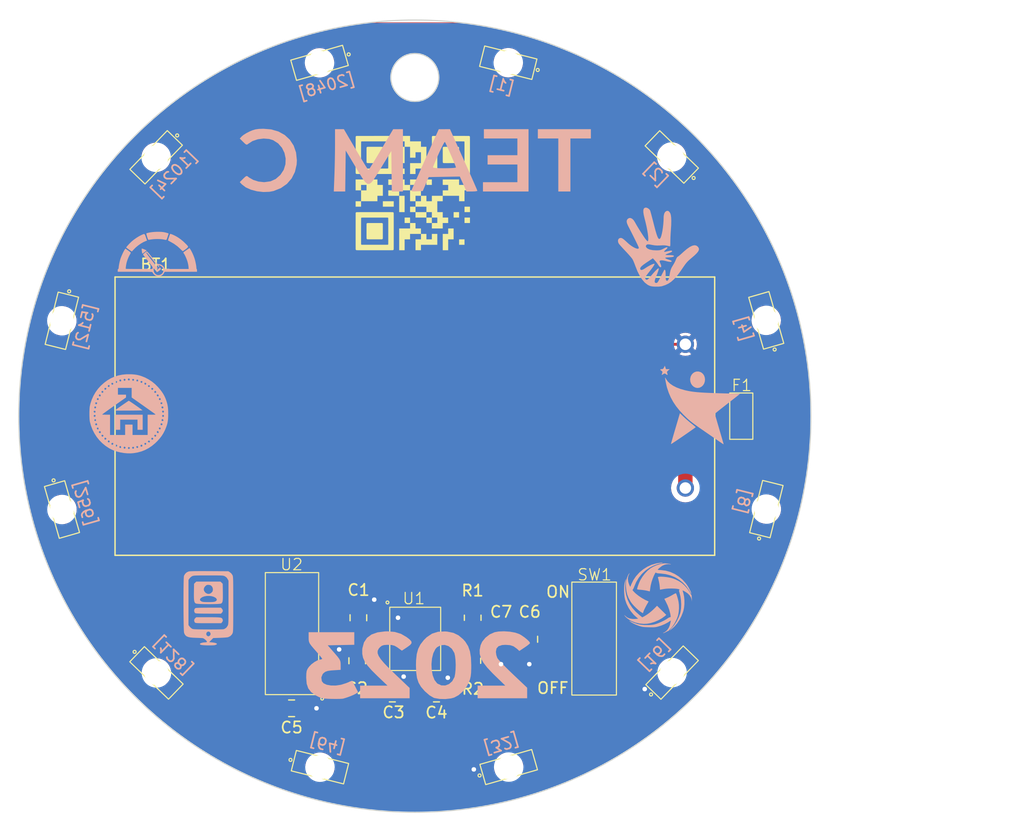
<source format=kicad_pcb>
(kicad_pcb (version 20221018) (generator pcbnew)
  (layers (0 "F.Cu" signal) (31 "B.Cu" signal) (34 "B.Paste" user) (35 "F.Paste" user) (36 "B.SilkS" user "B.Silkscreen") (37 "F.SilkS" user "F.Silkscreen") (38 "B.Mask" user) (39 "F.Mask" user) (44 "Edge.Cuts" user))
  (net 0 "")
  (net 1 "Net-(BT1-+)")
  (net 2 "GND")
  (net 3 "Net-(U1-THR)")
  (net 4 "+3V0")
  (net 5 "Net-(U1-CV)")
  (net 6 "Net-(D1-A)")
  (net 7 "Net-(D2-A)")
  (net 8 "Net-(D3-A)")
  (net 9 "Net-(D4-A)")
  (net 10 "Net-(D5-A)")
  (net 11 "Net-(D6-A)")
  (net 12 "Net-(D7-A)")
  (net 13 "Net-(D8-A)")
  (net 14 "Net-(D9-A)")
  (net 15 "Net-(D10-A)")
  (net 16 "Net-(D11-A)")
  (net 17 "Net-(D12-A)")
  (net 18 "Net-(U1-DIS)")
  (net 19 "Net-(U1-Q)")
  (net 20 "Net-(SW1-A)")
  (footprint "Capacitor_SMD:C_0805_2012Metric" (layer "F.Cu") (at 145.1 122.5 90)
    (fp_text reference "C1" (at 2.45 0.02) (layer "F.SilkS"))
    (fp_text value "10uF")
    (pad "1" smd roundrect (at -0.95 0 90) (size 1 1.45) (layers "F.Cu" "F.Paste" "F.Mask") (net 3 "Net-(U1-THR)"))
    (pad "2" smd roundrect (at 0.95 0 90) (size 1 1.45) (layers "F.Cu" "F.Paste" "F.Mask") (net 2 "GND"))
  )
  (footprint "Resistor_SMD:R_0805_2012Metric" (layer "F.Cu") (at 155.17 126.3 -90)
    (fp_text reference "R2" (at 2.4825 -0.04 -180) (layer "F.SilkS"))
    (fp_text value "8k")
    (pad "1" smd roundrect (at -0.9125 0 270) (size 1.025 1.4) (layers "F.Cu" "F.Paste" "F.Mask") (roundrect_rratio 0.243902) (net 18 "Net-(U1-DIS)"))
    (pad "2" smd roundrect (at 0.9125 0 270) (size 1.025 1.4) (layers "F.Cu" "F.Paste" "F.Mask") (roundrect_rratio 0.243902) (net 3 "Net-(U1-THR)"))
  )
  (footprint "CodeStackOrnament2023Footprints:156120RS75300_LED" (layer "F.Cu") (at 181.135947 96.224287 106)
    (fp_text reference "D3" hide)
    (fp_text value "LED_Small")
    (pad "" np_thru_hole circle (at 0 0 106) (size 2.1 2.1) (drill 2.1) (layers "F&B.Cu" "*.Mask"))
    (pad "1" smd rect (at -1.8 0 106) (size 1 1.6) (layers "F.Cu" "F.Paste" "F.Mask") (net 2 "GND"))
    (pad "2" smd rect (at 1.8 0 106) (size 1 1.6) (layers "F.Cu" "F.Paste" "F.Mask") (net 8 "Net-(D3-A)"))
  )
  (footprint "Capacitor_SMD:C_0805_2012Metric" (layer "F.Cu") (at 139.2 130.5)
    (fp_text reference "C5" (at 0 1.7) (layer "F.SilkS"))
    (fp_text value "0.1u")
    (pad "1" smd roundrect (at -0.95 0) (size 1 1.45) (layers "F.Cu" "F.Paste" "F.Mask") (net 4 "+3V0"))
    (pad "2" smd roundrect (at 0.95 0) (size 1 1.45) (layers "F.Cu" "F.Paste" "F.Mask") (net 2 "GND"))
  )
  (footprint "Capacitor_SMD:C_0805_2012Metric" (layer "F.Cu") (at 148.1 129.2)
    (fp_text reference "C3" (at 0.11 1.66) (layer "F.SilkS"))
    (fp_text value "1uF")
    (pad "1" smd roundrect (at -0.95 0) (size 1 1.45) (layers "F.Cu" "F.Paste" "F.Mask") (net 4 "+3V0"))
    (pad "2" smd roundrect (at 0.95 0) (size 1 1.45) (layers "F.Cu" "F.Paste" "F.Mask") (net 2 "GND"))
  )
  (footprint "CodeStackOrnament2023Footprints:156120RS75300_LED" (layer "F.Cu") (at 141.705194 135.702786 -14)
    (fp_text reference "D7" hide)
    (fp_text value "LED_Small")
    (pad "" np_thru_hole circle (at 0 0 346) (size 2.1 2.1) (drill 2.1) (layers "F&B.Cu" "*.Mask"))
    (pad "1" smd rect (at -1.8 0 346) (size 1 1.6) (layers "F.Cu" "F.Paste" "F.Mask") (net 2 "GND"))
    (pad "2" smd rect (at 1.8 0 346) (size 1 1.6) (layers "F.Cu" "F.Paste" "F.Mask") (net 12 "Net-(D7-A)"))
  )
  (footprint "Capacitor_SMD:C_0805_2012Metric" (layer "F.Cu") (at 152 129.2 180)
    (fp_text reference "C4" (at 0 -1.68) (layer "F.SilkS"))
    (fp_text value "DNP")
    (pad "1" smd roundrect (at -0.95 0 180) (size 1 1.45) (layers "F.Cu" "F.Paste" "F.Mask") (net 2 "GND"))
    (pad "2" smd roundrect (at 0.95 0 180) (size 1 1.45) (layers "F.Cu" "F.Paste" "F.Mask") (net 5 "Net-(U1-CV)"))
  )
  (footprint "Resistor_SMD:R_0805_2012Metric" (layer "F.Cu") (at 155.2 122.5 -90)
    (fp_text reference "R1" (at -2.3975 0.01 -180) (layer "F.SilkS"))
    (fp_text value "8k")
    (pad "1" smd roundrect (at -0.9125 0 270) (size 1.025 1.4) (layers "F.Cu" "F.Paste" "F.Mask") (roundrect_rratio 0.243902) (net 4 "+3V0"))
    (pad "2" smd roundrect (at 0.9125 0 270) (size 1.025 1.4) (layers "F.Cu" "F.Paste" "F.Mask") (roundrect_rratio 0.243902) (net 18 "Net-(U1-DIS)"))
  )
  (footprint "CodeStackOrnament2023Footprints:156120RS75300_LED" (layer "F.Cu") (at 158.343024 73.458931 166)
    (fp_text reference "D1" hide)
    (fp_text value "LED_Small")
    (pad "" np_thru_hole circle (at 0 0 166) (size 2.1 2.1) (drill 2.1) (layers "F&B.Cu" "*.Mask"))
    (pad "1" smd rect (at -1.8 0 166) (size 1 1.6) (layers "F.Cu" "F.Paste" "F.Mask") (net 2 "GND"))
    (pad "2" smd rect (at 1.8 0 166) (size 1 1.6) (layers "F.Cu" "F.Paste" "F.Mask") (net 6 "Net-(D1-A)"))
  )
  (footprint "CodeStackOrnament2023Footprints:CD74HC4040M96_SOIC16" (layer "F.Cu") (at 141.88 128.35 90)
    (fp_text reference "U2" (at 10.55 -2.68 unlocked) (layer "F.SilkS") (effects (font (thickness 0.1))))
    (fp_text value "74VHC4040FT")
    (pad "1" smd rect (at -0.02 0.02 90) (size 0.55 1.5) (layers "F.Cu" "F.Paste" "F.Mask") (net 17 "Net-(D12-A)"))
    (pad "2" smd rect (at 1.25 0.02 90) (size 0.55 1.5) (layers "F.Cu" "F.Paste" "F.Mask") (net 11 "Net-(D6-A)"))
    (pad "3" smd rect (at 2.52 0.02 90) (size 0.55 1.5) (layers "F.Cu" "F.Paste" "F.Mask") (net 10 "Net-(D5-A)"))
    (pad "4" smd rect (at 3.79 0.02 90) (size 0.55 1.5) (layers "F.Cu" "F.Paste" "F.Mask") (net 12 "Net-(D7-A)"))
    (pad "5" smd rect (at 5.06 0.02 90) (size 0.55 1.5) (layers "F.Cu" "F.Paste" "F.Mask") (net 9 "Net-(D4-A)"))
    (pad "6" smd rect (at 6.33 0.02 90) (size 0.55 1.5) (layers "F.Cu" "F.Paste" "F.Mask") (net 8 "Net-(D3-A)"))
    (pad "7" smd rect (at 7.6 0.02 90) (size 0.55 1.5) (layers "F.Cu" "F.Paste" "F.Mask") (net 7 "Net-(D2-A)"))
    (pad "8" smd rect (at 8.87 0.02 90) (size 0.55 1.5) (layers "F.Cu" "F.Paste" "F.Mask") (net 2 "GND"))
    (pad "9" smd rect (at 8.87 -5.38 90) (size 0.55 1.5) (layers "F.Cu" "F.Paste" "F.Mask") (net 6 "Net-(D1-A)"))
    (pad "10" smd rect (at 7.6 -5.38 90) (size 0.55 1.5) (layers "F.Cu" "F.Paste" "F.Mask") (net 19 "Net-(U1-Q)"))
    (pad "11" smd rect (at 6.33 -5.38 90) (size 0.55 1.5) (layers "F.Cu" "F.Paste" "F.Mask") (net 2 "GND"))
    (pad "12" smd rect (at 5.06 -5.38 90) (size 0.55 1.5) (layers "F.Cu" "F.Paste" "F.Mask") (net 14 "Net-(D9-A)"))
    (pad "13" smd rect (at 3.79 -5.38 90) (size 0.55 1.5) (layers "F.Cu" "F.Paste" "F.Mask") (net 13 "Net-(D8-A)"))
    (pad "14" smd rect (at 2.52 -5.38 90) (size 0.55 1.5) (layers "F.Cu" "F.Paste" "F.Mask") (net 15 "Net-(D10-A)"))
    (pad "15" smd rect (at 1.25 -5.38 90) (size 0.55 1.5) (layers "F.Cu" "F.Paste" "F.Mask") (net 16 "Net-(D11-A)"))
    (pad "16" smd rect (at -0.02 -5.38 90) (size 0.55 1.5) (layers "F.Cu" "F.Paste" "F.Mask") (net 4 "+3V0"))
  )
  (footprint "CodeStackOrnament2023Footprints:156120RS75300_LED" (layer "F.Cu") (at 127.231188 81.815504 -134)
    (fp_text reference "D11" hide)
    (fp_text value "LED_Small")
    (pad "" np_thru_hole circle (at 0 0 226) (size 2.1 2.1) (drill 2.1) (layers "F&B.Cu" "*.Mask"))
    (pad "1" smd rect (at -1.8 0 226) (size 1 1.6) (layers "F.Cu" "F.Paste" "F.Mask") (net 2 "GND"))
    (pad "2" smd rect (at 1.8 0 226) (size 1 1.6) (layers "F.Cu" "F.Paste" "F.Mask") (net 16 "Net-(D11-A)"))
  )
  (footprint "CodeStackOrnament2023Footprints:156120RS75300_LED" (layer "F.Cu") (at 118.912272 112.937432 -74)
    (fp_text reference "D9" hide)
    (fp_text value "LED_Small")
    (pad "" np_thru_hole circle (at 0 0 286) (size 2.1 2.1) (drill 2.1) (layers "F&B.Cu" "*.Mask"))
    (pad "1" smd rect (at -1.8 0 286) (size 1 1.6) (layers "F.Cu" "F.Paste" "F.Mask") (net 2 "GND"))
    (pad "2" smd rect (at 1.8 0 286) (size 1 1.6) (layers "F.Cu" "F.Paste" "F.Mask") (net 14 "Net-(D9-A)"))
  )
  (footprint "CodeStackOrnament2023Footprints:BAT_2468" (layer "F.Cu") (at 150.09 104.688605)
    (fp_text reference "BT1" (at -22.89 -13.4) (layer "F.SilkS"))
    (fp_text value "Battery_Cell")
    (pad "1" thru_hole circle (at 23.9 6.35) (size 1.53 1.53) (drill 1.02) (layers "*.Cu" "*.Mask") (net 1 "Net-(BT1-+)"))
    (pad "2" thru_hole circle (at 23.9 -6.35) (size 1.53 1.53) (drill 1.02) (layers "*.Cu" "*.Mask") (net 2 "GND"))
  )
  (footprint "Capacitor_SMD:C_0805_2012Metric" (layer "F.Cu") (at 145 126.3 90)
    (fp_text reference "C2" (at -2.43 -0.05 180) (layer "F.SilkS"))
    (fp_text value "0.1u")
    (pad "1" smd roundrect (at -0.95 0 90) (size 1 1.45) (layers "F.Cu" "F.Paste" "F.Mask") (net 4 "+3V0"))
    (pad "2" smd roundrect (at 0.95 0 90) (size 1 1.45) (layers "F.Cu" "F.Paste" "F.Mask") (net 2 "GND"))
  )
  (footprint "CodeStackOrnament2023Footprints:156120RS75300_LED" (layer "F.Cu") (at 118.902183 96.261944 -104)
    (fp_text reference "D10" hide)
    (fp_text value "LED_Small")
    (pad "" np_thru_hole circle (at 0 0 256) (size 2.1 2.1) (drill 2.1) (layers "F&B.Cu" "*.Mask"))
    (pad "1" smd rect (at -1.8 0 256) (size 1 1.6) (layers "F.Cu" "F.Paste" "F.Mask") (net 2 "GND"))
    (pad "2" smd rect (at 1.8 0 256) (size 1 1.6) (layers "F.Cu" "F.Paste" "F.Mask") (net 15 "Net-(D10-A)"))
  )
  (footprint "Capacitor_SMD:C_0805_2012Metric" (layer "F.Cu") (at 157.74 124.4 -90)
    (fp_text reference "C7" (at -2.42 0.03 -180) (layer "F.SilkS"))
    (fp_text value "10uf")
    (pad "1" smd roundrect (at -0.95 0 270) (size 1 1.45) (layers "F.Cu" "F.Paste" "F.Mask") (net 4 "+3V0"))
    (pad "2" smd roundrect (at 0.95 0 270) (size 1 1.45) (layers "F.Cu" "F.Paste" "F.Mask") (net 2 "GND"))
  )
  (footprint "LOGO" (layer "F.Cu") (at 149.91 84.98)
    (fp_text reference "G***" hide)
    (fp_text value "LOGO" hide)
  )
  (footprint "CodeStackOrnament2023Footprints:156120RS75300_LED" (layer "F.Cu") (at 172.789464 81.787936 136)
    (fp_text reference "D2" hide)
    (fp_text value "LED_Small")
    (pad "" np_thru_hole circle (at 0 0 136) (size 2.1 2.1) (drill 2.1) (layers "F&B.Cu" "*.Mask"))
    (pad "1" smd rect (at -1.8 0 136) (size 1 1.6) (layers "F.Cu" "F.Paste" "F.Mask") (net 2 "GND"))
    (pad "2" smd rect (at 1.8 0 136) (size 1 1.6) (layers "F.Cu" "F.Paste" "F.Mask") (net 7 "Net-(D2-A)"))
  )
  (footprint "CodeStackOrnament2023Footprints:TLC555_SOIC" (layer "F.Cu") (at 147.4 122.49)
    (fp_text reference "U1" (at 2.6 -1.69 unlocked) (layer "F.SilkS") (effects (font (thickness 0.1))))
    (fp_text value "TLC555xD")
    (pad "1" smd roundrect (at 0 0) (size 1.55 0.6) (layers "F.Cu" "F.Paste" "F.Mask") (net 2 "GND"))
    (pad "2" smd roundrect (at 0 1.27) (size 1.55 0.6) (layers "F.Cu" "F.Paste" "F.Mask") (net 3 "Net-(U1-THR)"))
    (pad "3" smd roundrect (at 0 2.54) (size 1.55 0.6) (layers "F.Cu" "F.Paste" "F.Mask") (net 19 "Net-(U1-Q)"))
    (pad "4" smd roundrect (at 0 3.81) (size 1.55 0.6) (layers "F.Cu" "F.Paste" "F.Mask") (net 4 "+3V0"))
    (pad "5" smd roundrect (at 5.4 3.81) (size 1.55 0.6) (layers "F.Cu" "F.Paste" "F.Mask") (net 5 "Net-(U1-CV)"))
    (pad "6" smd roundrect (at 5.4 2.54) (size 1.55 0.6) (layers "F.Cu" "F.Paste" "F.Mask") (net 3 "Net-(U1-THR)"))
    (pad "7" smd roundrect (at 5.4 1.27) (size 1.55 0.6) (layers "F.Cu" "F.Paste" "F.Mask") (net 18 "Net-(U1-DIS)"))
    (pad "8" smd roundrect (at 5.4 0) (size 1.55 0.6) (layers "F.Cu" "F.Paste" "F.Mask") (net 4 "+3V0"))
  )
  (footprint "CodeStackOrnament2023Footprints:SMD1206B050TF_FUSE" (layer "F.Cu") (at 178.93 106.083605 90)
    (fp_text reference "F1" (at 4.115 0.04 unlocked) (layer "F.SilkS") (effects (font (thickness 0.1))))
    (fp_text value "R")
    (pad "1" smd rect (at 0 0 90) (size 1 1.8) (layers "F.Cu" "F.Paste" "F.Mask") (net 20 "Net-(SW1-A)"))
    (pad "2" smd rect (at 2.8 0 90) (size 1 1.8) (layers "F.Cu" "F.Paste" "F.Mask") (net 1 "Net-(BT1-+)"))
  )
  (footprint "CodeStackOrnament2023Footprints:156120RS75300_LED" (layer "F.Cu") (at 127.258755 127.37378 -44)
    (fp_text reference "D8" hide)
    (fp_text value "LED_Small")
    (pad "" np_thru_hole circle (at 0 0 316) (size 2.1 2.1) (drill 2.1) (layers "F&B.Cu" "*.Mask"))
    (pad "1" smd rect (at -1.8 0 316) (size 1 1.6) (layers "F.Cu" "F.Paste" "F.Mask") (net 2 "GND"))
    (pad "2" smd rect (at 1.8 0 316) (size 1 1.6) (layers "F.Cu" "F.Paste" "F.Mask") (net 13 "Net-(D8-A)"))
  )
  (footprint "CodeStackOrnament2023Footprints:156120RS75300_LED" (layer "F.Cu") (at 172.81703 127.346215 46)
    (fp_text reference "D5" hide)
    (fp_text value "LED_Small")
    (pad "" np_thru_hole circle (at 0 0 46) (size 2.1 2.1) (drill 2.1) (layers "F&B.Cu" "*.Mask"))
    (pad "1" smd rect (at -1.8 0 46) (size 1 1.6) (layers "F.Cu" "F.Paste" "F.Mask") (net 2 "GND"))
    (pad "2" smd rect (at 1.8 0 46) (size 1 1.6) (layers "F.Cu" "F.Paste" "F.Mask") (net 10 "Net-(D5-A)"))
  )
  (footprint "Capacitor_SMD:C_0805_2012Metric" (layer "F.Cu") (at 160.2 124.4 -90)
    (fp_text reference "C6" (at -2.42 -0.04 -180) (layer "F.SilkS"))
    (fp_text value "0.1u")
    (pad "1" smd roundrect (at -0.95 0 270) (size 1 1.45) (layers "F.Cu" "F.Paste" "F.Mask") (net 4 "+3V0"))
    (pad "2" smd roundrect (at 0.95 0 270) (size 1 1.45) (layers "F.Cu" "F.Paste" "F.Mask") (net 2 "GND"))
  )
  (footprint "CodeStackOrnament2023Footprints:156120RS75300_LED" (layer "F.Cu") (at 181.146035 112.899772 76)
    (fp_text reference "D4" hide)
    (fp_text value "LED_Small")
    (pad "" np_thru_hole circle (at 0 0 76) (size 2.1 2.1) (drill 2.1) (layers "F&B.Cu" "*.Mask"))
    (pad "1" smd rect (at -1.8 0 76) (size 1 1.6) (layers "F.Cu" "F.Paste" "F.Mask") (net 2 "GND"))
    (pad "2" smd rect (at 1.8 0 76) (size 1 1.6) (layers "F.Cu" "F.Paste" "F.Mask") (net 9 "Net-(D4-A)"))
  )
  (footprint "CodeStackOrnament2023Footprints:156120RS75300_LED" (layer "F.Cu") (at 158.380682 135.692694 16)
    (fp_text reference "D6" hide)
    (fp_text value "LED_Small")
    (pad "" np_thru_hole circle (at 0 0 16) (size 2.1 2.1) (drill 2.1) (layers "F&B.Cu" "*.Mask"))
    (pad "1" smd rect (at -1.8 0 16) (size 1 1.6) (layers "F.Cu" "F.Paste" "F.Mask") (net 2 "GND"))
    (pad "2" smd rect (at 1.8 0 16) (size 1 1.6) (layers "F.Cu" "F.Paste" "F.Mask") (net 11 "Net-(D6-A)"))
  )
  (footprint "CodeStackOrnament2023Footprints:156120RS75300_LED" (layer "F.Cu") (at 141.667537 73.469024 -164)
    (fp_text reference "D12" hide)
    (fp_text value "LED_Small")
    (pad "" np_thru_hole circle (at 0 0 196) (size 2.1 2.1) (drill 2.1) (layers "F&B.Cu" "*.Mask"))
    (pad "1" smd rect (at -1.8 0 196) (size 1 1.6) (layers "F.Cu" "F.Paste" "F.Mask") (net 2 "GND"))
    (pad "2" smd rect (at 1.8 0 196) (size 1 1.6) (layers "F.Cu" "F.Paste" "F.Mask") (net 17 "Net-(D12-A)"))
  )
  (footprint "CodeStackOrnament2023Footprints:JS202011SCQN_SWITCH" (layer "F.Cu") (at 165.97 124.34 90)
    (fp_text reference "SW1" (at 5.64 0 unlocked) (layer "F.SilkS") (effects (font (thickness 0.1))))
    (fp_text value "SW_SPST")
    (pad "1" smd rect (at -2.45 2.71 90) (size 1.2 2.5) (layers "F.Cu" "F.Paste" "F.Mask"))
    (pad "2" smd rect (at 0.05 2.71 90) (size 1.2 2.5) (layers "F.Cu" "F.Paste" "F.Mask") (net 20 "Net-(SW1-A)"))
    (pad "3" smd rect (at 2.55 2.71 90) (size 1.2 2.5) (layers "F.Cu" "F.Paste" "F.Mask") (net 4 "+3V0"))
    (pad "4" smd rect (at -2.45 -2.79 90) (size 1.2 2.5) (layers "F.Cu" "F.Paste" "F.Mask"))
    (pad "5" smd rect (at 0.05 -2.79 90) (size 1.2 2.5) (layers "F.Cu" "F.Paste" "F.Mask"))
    (pad "6" smd rect (at 2.55 -2.79 90) (size 1.2 2.5) (layers "F.Cu" "F.Paste" "F.Mask"))
  )
  (footprint "LOGO" (layer "B.Cu") (at 127.34 90.36 180)
    (fp_text reference "G***" hide)
    (fp_text value "LOGO" hide)
  )
  (footprint "LOGO" (layer "B.Cu") (at 150.105579 82.043864 180)
    (fp_text reference "G***" hide)
    (fp_text value "LOGO" hide)
  )
  (footprint "LOGO" (layer "B.Cu") (at 171.63 89.74 180)
    (fp_text reference "G***" hide)
    (fp_text value "LOGO" hide)
  )
  (footprint "LOGO" (layer "B.Cu") (at 131.83 121.61 180)
    (fp_text reference "G***" hide)
    (fp_text value "LOGO" hide)
  )
  (footprint "LOGO" (layer "B.Cu") (at 171.58 120.66 180)
    (fp_text reference "G***" hide)
    (fp_text value "LOGO" hide)
  )
  (footprint "LOGO" (layer "B.Cu") (at 150.401453 126.695455 180)
    (fp_text reference "G***" hide)
    (fp_text value "LOGO" hide)
  )
  (footprint "LOGO" (layer "B.Cu") (at 175.29 103.7 180)
    (fp_text reference "G***" hide)
    (fp_text value "LOGO" hide)
  )
  (footprint "LOGO" (layer "B.Cu") (at 124.77 104.48 180)
    (fp_text reference "G***" hide)
    (fp_text value "LOGO" hide)
  )
  (gr_circle (center 150.09 74.763659) (end 151.878206 75.900018) (stroke (width 0.1)) (fill none) (layer "Edge.Cuts"))
  (gr_circle (center 150.09 104.688605) (end 185.09 104.688605) (stroke (width 0.1)) (fill none) (layer "Edge.Cuts"))
  (gr_text "[1024]" (at 131.04 81.76 46) (layer "B.SilkS") (effects (font (size 1 1)) (justify left bottom mirror)))
  (gr_text "[32]" (at 155.93 133.58 -164) (layer "B.SilkS") (effects (font (size 1 1)) (justify left bottom mirror)))
  (gr_text "[8]" (at 178.25 113.28 -104) (layer "B.SilkS") (effects (font (size 1 1)) (justify left bottom mirror)))
  (gr_text "[4]" (at 178.98 98.29 -74) (layer "B.SilkS") (effects (font (size 1 1)) (justify left bottom mirror)))
  (gr_text "[256]" (at 120.88 110.1 106) (layer "B.SilkS") (effects (font (size 1 1)) (justify left bottom mirror)))
  (gr_text "[2048]" (at 145.01 75.32 16) (layer "B.SilkS") (effects (font (size 1 1)) (justify left bottom mirror)))
  (gr_text "[16]" (at 169.68 126.65 -134) (layer "B.SilkS") (effects (font (size 1 1)) (justify left bottom mirror)))
  (gr_text "[128]" (at 127.53 123.91 136) (layer "B.SilkS") (effects (font (size 1 1)) (justify left bottom mirror)))
  (gr_text "[1]" (at 158.83 76.29 -14) (layer "B.SilkS") (effects (font (size 1 1)) (justify left bottom mirror)))
  (gr_text "[512]" (at 122.03 94.79 76) (layer "B.SilkS") (effects (font (size 1 1)) (justify left bottom mirror)))
  (gr_text "[64]" (at 140.83 132.69 166) (layer "B.SilkS") (effects (font (size 1 1)) (justify left bottom mirror)))
  (gr_text "[2]" (at 171.9 84.59 -44) (layer "B.SilkS") (effects (font (size 1 1)) (justify left bottom mirror)))
  (gr_text "OFF" (at 160.8 129.3) (layer "F.SilkS") (effects (font (size 1 1)) (justify left bottom)))
  (gr_text "ON" (at 161.6 120.8) (layer "F.SilkS") (effects (font (size 1 1)) (justify left bottom)))
  (segment (start 176.76 103.283605) (end 173.99 106.053605) (width 1.27) (layer "F.Cu") (net 1))
  (segment (start 178.93 103.283605) (end 176.76 103.283605) (width 1.27) (layer "F.Cu") (net 1))
  (segment (start 173.99 106.053605) (end 173.99 111.038605) (width 1.27) (layer "F.Cu") (net 1))
  (segment (start 128.187338 123.9) (end 125.963943 126.123395) (width 0.254) (layer "F.Cu") (net 2))
  (segment (start 148.043 123.133) (end 147.4 122.49) (width 0.254) (layer "F.Cu") (net 2))
  (segment (start 148.59 122.49) (end 148.6 122.5) (width 0.508) (layer "F.Cu") (net 2))
  (segment (start 145.1 121.5) (end 168.261395 98.338605) (width 0.254) (layer "F.Cu") (net 2))
  (segment (start 156.227 123.837) (end 156.227 122.910999) (width 0.254) (layer "F.Cu") (net 2))
  (segment (start 149.05 129.2) (end 149.05 127.75) (width 0.508) (layer "F.Cu") (net 2))
  (segment (start 154.3 122.5) (end 153.667 123.133) (width 0.254) (layer "F.Cu") (net 2))
  (segment (start 155.588841 136.188841) (end 155.3 135.9) (width 0.508) (layer "F.Cu") (net 2))
  (segment (start 150.356 130.506) (end 149.05 129.2) (width 0.762) (layer "F.Cu") (net 2))
  (segment (start 137.8 128.15) (end 140.15 130.5) (width 0.254) (layer "F.Cu") (net 2))
  (segment (start 157.74 125.35) (end 156.227 123.837) (width 0.254) (layer "F.Cu") (net 2))
  (segment (start 137.8 122.911) (end 137.8 123.5) (width 0.254) (layer "F.Cu") (net 2))
  (segment (start 145.1 121.55) (end 145.1 121.5) (width 0.254) (layer "F.Cu") (net 2))
  (segment (start 156.227 122.910999) (end 155.816001 122.5) (width 0.254) (layer "F.Cu") (net 2))
  (segment (start 136.5 122.02) (end 136.909 122.02) (width 0.254) (layer "F.Cu") (net 2))
  (segment (start 145.307 125.657) (end 148.257 125.657) (width 0.254) (layer "F.Cu") (net 2))
  (segment (start 171.566645 128.641027) (end 170.558973 128.641027) (width 0.508) (layer "F.Cu") (net 2))
  (segment (start 149.1 126.5) (end 149.1 127.7) (width 0.254) (layer "F.Cu") (net 2))
  (segment (start 160.2 125.35) (end 160.2 126.6) (width 0.508) (layer "F.Cu") (net 2))
  (segment (start 147.4 122.49) (end 148.59 122.49) (width 0.508) (layer "F.Cu") (net 2))
  (segment (start 139.958662 130.691338) (end 139.958662 135.267327) (width 0.254) (layer "F.Cu") (net 2))
  (segment (start 152.95 129.2) (end 152.95 127.850016) (width 0.508) (layer "F.Cu") (net 2))
  (segment (start 145.85 121.55) (end 146.5 120.9) (width 0.508) (layer "F.Cu") (net 2))
  (segment (start 152.95 127.850016) (end 153 127.800016) (width 0.508) (layer "F.Cu") (net 2))
  (segment (start 145 125.35) (end 143.45 125.35) (width 0.508) (layer "F.Cu") (net 2))
  (segment (start 153.667 123.133) (end 148.043 123.133) (width 0.254) (layer "F.Cu") (net 2))
  (segment (start 140.15 130.5) (end 141.4 130.5) (width 0.508) (layer "F.Cu") (net 2))
  (segment (start 136.909 122.02) (end 137.8 122.911) (width 0.254) (layer "F.Cu") (net 2))
  (segment (start 145 125.35) (end 145.307 125.657) (width 0.254) (layer "F.Cu") (net 2))
  (segment (start 140.15 130.5) (end 139.958662 130.691338) (width 0.254) (layer "F.Cu") (net 2))
  (segment (start 156.650411 136.188841) (end 155.588841 136.188841) (width 0.508) (layer "F.Cu") (net 2))
  (segment (start 148.257 125.657) (end 149.1 126.5) (width 0.254) (layer "F.Cu") (net 2))
  (segment (start 143.45 125.35) (end 143.4 125.3) (width 0.508) (layer "F.Cu") (net 2))
  (segment (start 170.558973 128.641027) (end 170.4 128.8) (width 0.508) (layer "F.Cu") (net 2))
  (segment (start 168.261395 98.338605) (end 173.99 98.338605) (width 0.254) (layer "F.Cu") (net 2))
  (segment (start 137.8 123.5) (end 137.8 128.15) (width 0.254) (layer "F.Cu") (net 2))
  (segment (start 137.4 123.9) (end 128.187338 123.9) (width 0.254) (layer "F.Cu") (net 2))
  (segment (start 145.1 121.55) (end 145.85 121.55) (width 0.508) (layer "F.Cu") (net 2))
  (segment (start 152.95 129.2) (end 152.95 129.200211) (width 0.762) (layer "F.Cu") (net 2))
  (segment (start 157.74 125.35) (end 157.74 126.56) (width 0.508) (layer "F.Cu") (net 2))
  (segment (start 155.816001 122.5) (end 154.3 122.5) (width 0.254) (layer "F.Cu") (net 2))
  (segment (start 157.74 126.56) (end 157.7 126.6) (width 0.508) (layer "F.Cu") (net 2))
  (segment (start 149.05 127.75) (end 149.1 127.7) (width 0.508) (layer "F.Cu") (net 2))
  (segment (start 152.95 129.200211) (end 151.644211 130.506) (width 0.762) (layer "F.Cu") (net 2))
  (segment (start 151.644211 130.506) (end 150.356 130.506) (width 0.762) (layer "F.Cu") (net 2))
  (segment (start 137.8 123.5) (end 137.4 123.9) (width 0.254) (layer "F.Cu") (net 2))
  (via (at 155.3 135.9) (size 0.8) (drill 0.4) (layers "F.Cu" "B.Cu") (net 2))
  (via (at 160.2 126.6) (size 0.8) (drill 0.4) (layers "F.Cu" "B.Cu") (net 2))
  (via (at 157.7 126.6) (size 0.8) (drill 0.4) (layers "F.Cu" "B.Cu") (net 2))
  (via (at 149.1 127.7) (size 0.8) (drill 0.4) (layers "F.Cu" "B.Cu") (net 2))
  (via (at 148.6 122.5) (size 0.8) (drill 0.4) (layers "F.Cu" "B.Cu") (net 2))
  (via (at 153 127.800016) (size 0.8) (drill 0.4) (layers "F.Cu" "B.Cu") (net 2))
  (via (at 146.5 120.9) (size 0.8) (drill 0.4) (layers "F.Cu" "B.Cu") (net 2))
  (via (at 143.4 125.3) (size 0.8) (drill 0.4) (layers "F.Cu" "B.Cu") (net 2))
  (via (at 170.4 128.8) (size 0.8) (drill 0.4) (layers "F.Cu" "B.Cu") (net 2))
  (via (at 141.4 130.5) (size 0.8) (drill 0.4) (layers "F.Cu" "B.Cu") (net 2))
  (segment (start 150.73 125.03) (end 149.46 123.76) (width 0.254) (layer "F.Cu") (net 3))
  (segment (start 145.31 123.76) (end 145 123.45) (width 0.254) (layer "F.Cu") (net 3))
  (segment (start 153.13 125.03) (end 152.8 125.03) (width 0.254) (layer "F.Cu") (net 3))
  (segment (start 149.46 123.76) (end 147.4 123.76) (width 0.254) (layer "F.Cu") (net 3))
  (segment (start 152.8 125.03) (end 150.73 125.03) (width 0.254) (layer "F.Cu") (net 3))
  (segment (start 155.17 127.07) (end 153.13 125.03) (width 0.254) (layer "F.Cu") (net 3))
  (segment (start 155.17 127.2125) (end 155.17 127.07) (width 0.254) (layer "F.Cu") (net 3))
  (segment (start 147.4 123.76) (end 145.31 123.76) (width 0.254) (layer "F.Cu") (net 3))
  (segment (start 147.335 126.365) (end 147.4 126.365) (width 0.762) (layer "F.Cu") (net 4))
  (segment (start 162.5 118.7) (end 160.2 121) (width 0.762) (layer "F.Cu") (net 4))
  (segment (start 138.25 130.12) (end 136.5 128.37) (width 0.508) (layer "F.Cu") (net 4))
  (segment (start 152.865 122.425) (end 152.8 122.425) (width 0.762) (layer "F.Cu") (net 4))
  (segment (start 146.95 129.2) (end 145 127.25) (width 0.762) (layer "F.Cu") (net 4))
  (segment (start 138.7 135.98468) (end 139.333845 136.618525) (width 0.508) (layer "F.Cu") (net 4))
  (segment (start 165.59 118.7) (end 162.5 118.7) (width 0.762) (layer "F.Cu") (net 4))
  (segment (start 160.2 121) (end 160.2 123.45) (width 0.762) (layer "F.Cu") (net 4))
  (segment (start 157.74 123.45) (end 157.74 123.422735) (width 0.762) (layer "F.Cu") (net 4))
  (segment (start 159.103365 137.096635) (end 160.903365 137.096635) (width 0.508) (layer "F.Cu") (net 4))
  (segment (start 168.68 121.79) (end 168.68 121.78) (width 1.27) (layer "F.Cu") (net 4))
  (segment (start 171.723504 125.6) (end 166 125.6) (width 0.508) (layer "F.Cu") (net 4))
  (segment (start 155.2 121.5875) (end 153.7025 121.5875) (width 0.762) (layer "F.Cu") (net 4))
  (segment (start 157.74 123.422735) (end 155.904765 121.5875) (width 0.762) (layer "F.Cu") (net 4))
  (segment (start 168.245233 132.654767) (end 169.706166 132.654767) (width 0.508) (layer "F.Cu") (net 4))
  (segment (start 166 126.982) (end 161.282 131.7) (width 0.762) (layer "F.Cu") (net 4))
  (segment (start 149.65 131.7) (end 147.15 129.2) (width 0.762) (layer "F.Cu") (net 4))
  (segment (start 147.15 129.2) (end 146.95 129.2) (width 0.762) (layer "F.Cu") (net 4))
  (segment (start 138.25 130.5) (end 138.25 130.12) (width 0.508) (layer "F.Cu") (net 4))
  (segment (start 175.444216 126.916717) (end 175.444216 125.444216) (width 0.508) (layer "F.Cu") (net 4))
  (segment (start 163.061826 134.938174) (end 165.961826 134.938174) (width 0.508) (layer "F.Cu") (net 4))
  (segment (start 168.03 121.79) (end 166 123.82) (width 0.762) (layer "F.Cu") (net 4))
  (segment (start 153.7025 121.5875) (end 152.865 122.425) (width 0.762) (layer "F.Cu") (net 4))
  (segment (start 175.444216 125.444216) (end 174.682006 124.682006) (width 0.508) (layer "F.Cu") (net 4))
  (segment (start 166 123.82) (end 166 125.6) (width 0.762) (layer "F.Cu") (net 4))
  (segment (start 141.571623 137.771623) (end 158.428377 137.771623) (width 0.508) (layer "F.Cu") (net 4))
  (segment (start 138.25 130.5) (end 138.7 130.95) (width 0.508) (layer "F.Cu") (net 4))
  (segment (start 169.706166 132.654767) (end 175.444216 126.916717) (width 0.508) (layer "F.Cu") (net 4))
  (segment (start 160.903365 137.096635) (end 163.061826 134.938174) (width 0.508) (layer "F.Cu") (net 4))
  (segment (start 139.333845 136.618525) (end 140.418525 136.618525) (width 0.508) (layer "F.Cu") (net 4))
  (segment (start 174.682006 124.682006) (end 172.641498 124.682006) (width 0.508) (layer "F.Cu") (net 4))
  (segment (start 165.961826 134.938174) (end 168.245233 132.654767) (width 0.508) (layer "F.Cu") (net 4))
  (segment (start 160.2 123.45) (end 157.74 123.45) (width 0.762) (layer "F.Cu") (net 4))
  (segment (start 161.282 131.7) (end 149.65 131.7) (width 0.762) (layer "F.Cu") (net 4))
  (segment (start 146.45 127.25) (end 147.335 126.365) (width 0.762) (layer "F.Cu") (net 4))
  (segment (start 146.45 127.25) (end 145 127.25) (width 0.762) (layer "F.Cu") (net 4))
  (segment (start 168.68 121.79) (end 168.03 121.79) (width 0.762) (layer "F.Cu") (net 4))
  (segment (start 166 125.6) (end 166 126.982) (width 0.762) (layer "F.Cu") (net 4))
  (segment (start 168.68 121.79) (end 165.59 118.7) (width 0.762) (layer "F.Cu") (net 4))
  (segment (start 158.428377 137.771623) (end 159.103365 137.096635) (width 0.508) (layer "F.Cu") (net 4))
  (segment (start 172.641498 124.682006) (end 171.723504 125.6) (width 0.508) (layer "F.Cu") (net 4))
  (segment (start 138.7 130.95) (end 138.7 135.98468) (width 0.508) (layer "F.Cu") (net 4))
  (segment (start 140.418525 136.618525) (end 141.571623 137.771623) (width 0.508) (layer "F.Cu") (net 4))
  (segment (start 155.904765 121.5875) (end 155.2 121.5875) (width 0.762) (layer "F.Cu") (net 4))
  (segment (start 152.8 126.3) (end 151.05 128.05) (width 0.254) (layer "F.Cu") (net 5))
  (segment (start 151.05 128.05) (end 151.05 129.2) (width 0.254) (layer "F.Cu") (net 5))
  (segment (start 137 119.28) (end 137 92.619964) (width 0.254) (layer "F.Cu") (net 6))
  (segment (start 137 92.619964) (end 156.596492 73.023472) (width 0.254) (layer "F.Cu") (net 6))
  (segment (start 137.2 119.48) (end 137 119.28) (width 0.254) (layer "F.Cu") (net 6))
  (segment (start 164.162449 80.537551) (end 171.494652 80.537551) (width 0.254) (layer "F.Cu") (net 7))
  (segment (start 141.491 120.75) (end 140.7 119.959) (width 0.254) (layer "F.Cu") (net 7))
  (segment (start 140.7 119.959) (end 140.7 104) (width 0.254) (layer "F.Cu") (net 7))
  (segment (start 140.7 104) (end 164.162449 80.537551) (width 0.254) (layer "F.Cu") (net 7))
  (segment (start 142.6 120.75) (end 141.491 120.75) (width 0.254) (layer "F.Cu") (net 7))
  (segment (start 142.6 122.02) (end 144.8 119.82) (width 0.254) (layer "F.Cu") (net 8))
  (segment (start 144.8 119.82) (end 144.8 113.3) (width 0.254) (layer "F.Cu") (net 8))
  (segment (start 144.8 113.3) (end 163.605984 94.494016) (width 0.254) (layer "F.Cu") (net 8))
  (segment (start 163.605984 94.494016) (end 180.6398 94.494016) (width 0.254) (layer "F.Cu") (net 8))
  (segment (start 176.038 111.862) (end 173.7 114.2) (width 0.254) (layer "F.Cu") (net 9))
  (segment (start 173.7 114.2) (end 154.24042 114.2) (width 0.254) (layer "F.Cu") (net 9))
  (segment (start 145.81742 122.623) (end 143.267 122.623) (width 0.254) (layer "F.Cu") (net 9))
  (segment (start 176.038 106.562) (end 176.038 111.862) (width 0.254) (layer "F.Cu") (net 9))
  (segment (start 181.581494 111.15324) (end 181.581494 106.281494) (width 0.254) (layer "F.Cu") (net 9))
  (segment (start 177.9 104.7) (end 176.038 106.562) (width 0.254) (layer "F.Cu") (net 9))
  (segment (start 154.24042 114.2) (end 145.81742 122.623) (width 0.254) (layer "F.Cu") (net 9))
  (segment (start 181.581494 106.281494) (end 180 104.7) (width 0.254) (layer "F.Cu") (net 9))
  (segment (start 143.267 122.623) (end 142.6 123.29) (width 0.254) (layer "F.Cu") (net 9))
  (segment (start 180 104.7) (end 177.9 104.7) (width 0.254) (layer "F.Cu") (net 9))
  (segment (start 141.9 125.83) (end 142.375 125.83) (width 0.254) (layer "F.Cu") (net 10))
  (segment (start 143.948 127.403) (end 143.948 127.739001) (width 0.254) (layer "F.Cu") (net 10))
  (segment (start 165.045162 133.1) (end 172.745162 125.4) (width 0.254) (layer "F.Cu") (net 10))
  (segment (start 143.948 127.739001) (end 149.308999 133.1) (width 0.254) (layer "F.Cu") (net 10))
  (segment (start 149.308999 133.1) (end 165.045162 133.1) (width 0.254) (layer "F.Cu") (net 10))
  (segment (start 172.745162 125.4) (end 173.416012 125.4) (width 0.254) (layer "F.Cu") (net 10))
  (segment (start 142.375 125.83) (end 143.948 127.403) (width 0.254) (layer "F.Cu") (net 10))
  (segment (start 173.416012 125.4) (end 174.067415 126.051403) (width 0.254) (layer "F.Cu") (net 10))
  (segment (start 143.431 127.579947) (end 143.431 127.864053) (width 0.254) (layer "F.Cu") (net 11))
  (segment (start 142.1 127.1) (end 142.951053 127.1) (width 0.254) (layer "F.Cu") (net 11))
  (segment (start 142.951053 127.1) (end 143.431 127.579947) (width 0.254) (layer "F.Cu") (net 11))
  (segment (start 158.514406 133.6) (end 160.110953 135.196547) (width 0.254) (layer "F.Cu") (net 11))
  (segment (start 160.110953 135.196547) (end 160.110953 134.610953) (width 0.254) (layer "F.Cu") (net 11))
  (segment (start 143.431 127.864053) (end 149.166947 133.6) (width 0.254) (layer "F.Cu") (net 11))
  (segment (start 149.166947 133.6) (end 158.514406 133.6) (width 0.254) (layer "F.Cu") (net 11))
  (segment (start 142.977 127.768) (end 140.889 127.768) (width 0.254) (layer "F.Cu") (net 12))
  (segment (start 140.889 127.768) (end 140.6 127.479) (width 0.254) (layer "F.Cu") (net 12))
  (segment (start 140.6 127.479) (end 140.6 125.451) (width 0.254) (layer "F.Cu") (net 12))
  (segment (start 143.451726 128.551726) (end 142.977 128.077) (width 0.254) (layer "F.Cu") (net 12))
  (segment (start 141.491 124.56) (end 142.6 124.56) (width 0.254) (layer "F.Cu") (net 12))
  (segment (start 142.977 128.077) (end 142.977 127.768) (width 0.254) (layer "F.Cu") (net 12))
  (segment (start 140.6 125.451) (end 141.491 124.56) (width 0.254) (layer "F.Cu") (net 12))
  (segment (start 143.451726 136.138245) (end 143.451726 128.551726) (width 0.254) (layer "F.Cu") (net 12))
  (segment (start 131.875835 128.624165) (end 128.553567 128.624165) (width 0.254) (layer "F.Cu") (net 13))
  (segment (start 137.2 124.56) (end 135.94 124.56) (width 0.254) (layer "F.Cu") (net 13))
  (segment (start 135.94 124.56) (end 131.875835 128.624165) (width 0.254) (layer "F.Cu") (net 13))
  (segment (start 137.2 123.29) (end 126.89 123.29) (width 0.254) (layer "F.Cu") (net 14))
  (segment (start 126.89 123.29) (end 119.408419 115.808419) (width 0.254) (layer "F.Cu") (net 14))
  (segment (start 119.408419 115.808419) (end 119.408419 114.667703) (width 0.254) (layer "F.Cu") (net 14))
  (segment (start 124.748338 127.106286) (end 124.554 126.882684) (width 0.254) (layer "F.Cu") (net 15))
  (segment (start 124.554 126.882684) (end 124.554 121.608064) (width 0.254) (layer "F.Cu") (net 15))
  (segment (start 117.652024 114.320633) (end 117.342089 113.207555) (width 0.254) (layer "F.Cu") (net 15))
  (segment (start 117.182297 99.292903) (end 118.466724 98.008476) (width 0.254) (layer "F.Cu") (net 15))
  (segment (start 137.2 125.83) (end 135.47 125.83) (width 0.254) (layer "F.Cu") (net 15))
  (segment (start 135.47 125.83) (end 131.426034 129.873966) (width 0.254) (layer "F.Cu") (net 15))
  (segment (start 127.516018 129.873966) (end 124.748338 127.106286) (width 0.254) (layer "F.Cu") (net 15))
  (segment (start 117.182297 112.547219) (end 117.182297 99.292903) (width 0.254) (layer "F.Cu") (net 15))
  (segment (start 131.426034 129.873966) (end 127.516018 129.873966) (width 0.254) (layer "F.Cu") (net 15))
  (segment (start 117.342089 113.207555) (end 117.182297 112.547219) (width 0.254) (layer "F.Cu") (net 15))
  (segment (start 124.554 121.608064) (end 117.829782 114.883847) (width 0.254) (layer "F.Cu") (net 15))
  (segment (start 117.829782 114.883847) (end 117.652024 114.320633) (width 0.254) (layer "F.Cu") (net 15))
  (segment (start 135 127.1) (end 131.772034 130.327966) (width 0.254) (layer "F.Cu") (net 16))
  (segment (start 125.980803 83.119197) (end 125.980803 83.110316) (width 0.254) (layer "F.Cu") (net 16))
  (segment (start 137.2 127.1) (end 135 127.1) (width 0.254) (layer "F.Cu") (net 16))
  (segment (start 116.627245 112.183772) (end 116.627245 99.072755) (width 0.254) (layer "F.Cu") (net 16))
  (segment (start 117.216741 114.449878) (end 116.902648 113.321869) (width 0.254) (layer "F.Cu") (net 16))
  (segment (start 119.116528 89.983472) (end 125.980803 83.119197) (width 0.254) (layer "F.Cu") (net 16))
  (segment (start 117.453434 115.199824) (end 117.216741 114.449878) (width 0.254) (layer "F.Cu") (net 16))
  (segment (start 127.327966 130.327966) (end 124.416076 127.416076) (width 0.254) (layer "F.Cu") (net 16))
  (segment (start 124.416076 127.416076) (end 124.1 127.052403) (width 0.254) (layer "F.Cu") (net 16))
  (segment (start 131.772034 130.327966) (end 127.327966 130.327966) (width 0.254) (layer "F.Cu") (net 16))
  (segment (start 124.1 121.84639) (end 117.453434 115.199824) (width 0.254) (layer "F.Cu") (net 16))
  (segment (start 124.1 127.052403) (end 124.1 121.84639) (width 0.254) (layer "F.Cu") (net 16))
  (segment (start 118.897854 90.441373) (end 119.116528 89.983472) (width 0.254) (layer "F.Cu") (net 16))
  (segment (start 118 92.598937) (end 118.429626 91.514606) (width 0.254) (layer "F.Cu") (net 16))
  (segment (start 118.429626 91.514606) (end 118.897854 90.441373) (width 0.254) (layer "F.Cu") (net 16))
  (segment (start 116.627245 99.072755) (end 117.242526 98.457474) (width 0.254) (layer "F.Cu") (net 16))
  (segment (start 117.242526 95.903518) (end 118 95.146044) (width 0.254) (layer "F.Cu") (net 16))
  (segment (start 117.242526 98.457474) (end 117.242526 95.903518) (width 0.254) (layer "F.Cu") (net 16))
  (segment (start 118 95.146044) (end 118 92.598937) (width 0.254) (layer "F.Cu") (net 16))
  (segment (start 116.902648 113.321869) (end 116.627245 112.183772) (width 0.254) (layer "F.Cu") (net 16))
  (segment (start 138.254 121.954) (end 137.652 121.352) (width 0.254) (layer "F.Cu") (net 17))
  (segment (start 142.6 128.37) (end 140.848947 128.37) (width 0.254) (layer "F.Cu") (net 17))
  (segment (start 134.6 120.5) (end 134.6 79.302437) (width 0.254) (layer "F.Cu") (net 17))
  (segment (start 134.6 79.302437) (end 139.937266 73.965171) (width 0.254) (layer "F.Cu") (net 17))
  (segment (start 137.652 121.352) (end 135.452 121.352) (width 0.254) (layer "F.Cu") (net 17))
  (segment (start 138.254 125.775053) (end 138.254 121.954) (width 0.254) (layer "F.Cu") (net 17))
  (segment (start 140.848947 128.37) (end 138.254 125.775053) (width 0.254) (layer "F.Cu") (net 17))
  (segment (start 135.452 121.352) (end 134.6 120.5) (width 0.254) (layer "F.Cu") (net 17))
  (segment (start 154.6875 123.4125) (end 154.34 123.76) (width 0.254) (layer "F.Cu") (net 18))
  (segment (start 155.2 123.4125) (end 154.6875 123.4125) (width 0.254) (layer "F.Cu") (net 18))
  (segment (start 154.34 123.76) (end 152.8 123.76) (width 0.254) (layer "F.Cu") (net 18))
  (segment (start 155.17 125.3875) (end 155.17 123.4425) (width 0.254) (layer "F.Cu") (net 18))
  (segment (start 155.17 123.4425) (end 155.2 123.4125) (width 0.254) (layer "F.Cu") (net 18))
  (segment (start 147.4 125.03) (end 146.893 124.523) (width 0.254) (layer "F.Cu") (net 19))
  (segment (start 137.85 120.75) (end 137.2 120.75) (width 0.254) (layer "F.Cu") (net 19))
  (segment (start 144.242 124.523) (end 143.619 123.9) (width 0.254) (layer "F.Cu") (net 19))
  (segment (start 141 123.9) (end 137.85 120.75) (width 0.254) (layer "F.Cu") (net 19))
  (segment (start 146.893 124.523) (end 144.242 124.523) (width 0.254) (layer "F.Cu") (net 19))
  (segment (start 143.619 123.9) (end 141 123.9) (width 0.254) (layer "F.Cu") (net 19))
  (segment (start 178.93 115.55) (end 170.19 124.29) (width 1.27) (layer "F.Cu") (net 20))
  (segment (start 170.19 124.29) (end 168.68 124.29) (width 1.27) (layer "F.Cu") (net 20))
  (segment (start 178.93 106.083605) (end 178.93 115.55) (width 1.27) (layer "F.Cu") (net 20))
  (zone (net 2) (net_name "GND") (layer "F.Cu") (connect_pads (clearance 0.5)) (min_thickness 0.25) (fill yes (thermal_gap 0.254) (thermal_bridge_width 0.5))
    (polygon (pts (xy 114.8 69.9) (xy 185 69.9) (xy 185 140.1) (xy 114.7 140.1)))
  )
  (zone (net 2) (net_name "GND") (layer "B.Cu") (priority 1) (connect_pads (clearance 0.5)) (min_thickness 0.25) (fill yes (thermal_gap 0.254) (thermal_bridge_width 0.5))
    (polygon (pts (xy 115.3 69.9) (xy 183.9 70) (xy 185.1 69.9) (xy 185 139.8) (xy 114.5 139.8)))
  )
)
</source>
